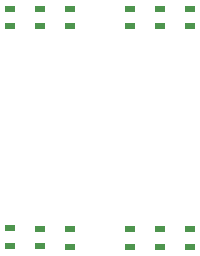
<source format=gbr>
G04 #@! TF.FileFunction,Paste,Top*
%FSLAX46Y46*%
G04 Gerber Fmt 4.6, Leading zero omitted, Abs format (unit mm)*
G04 Created by KiCad (PCBNEW 4.0.4+dfsg1-stable) date Thu Sep  7 20:27:26 2017*
%MOMM*%
%LPD*%
G01*
G04 APERTURE LIST*
%ADD10C,0.100000*%
%ADD11R,0.900000X0.500000*%
G04 APERTURE END LIST*
D10*
D11*
X129476500Y-126531500D03*
X129476500Y-125031500D03*
X132016500Y-126531500D03*
X132016500Y-125031500D03*
X134556500Y-126531500D03*
X134556500Y-125031500D03*
X139636500Y-126531500D03*
X139636500Y-125031500D03*
X142176500Y-126543500D03*
X142176500Y-125043500D03*
X144716500Y-126531500D03*
X144716500Y-125031500D03*
X129476500Y-145149000D03*
X129476500Y-143649000D03*
X132016500Y-145161000D03*
X132016500Y-143661000D03*
X134556500Y-145212500D03*
X134556500Y-143712500D03*
X139636500Y-145212500D03*
X139636500Y-143712500D03*
X142176500Y-145212500D03*
X142176500Y-143712500D03*
X144716500Y-145212500D03*
X144716500Y-143712500D03*
M02*

</source>
